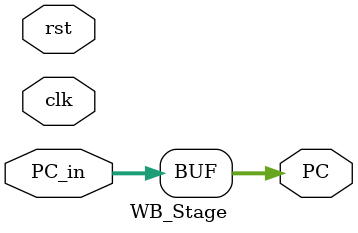
<source format=v>
module WB_Stage
	(
		clk,
		rst,
		PC_in,
		PC
	);
	
	// input and output ports
	input			clk;
	input			rst;
	input	[31:0]	PC_in;
	output	[31:0]	PC;
	
	// build module
	assign PC = PC_in;
	
endmodule

</source>
